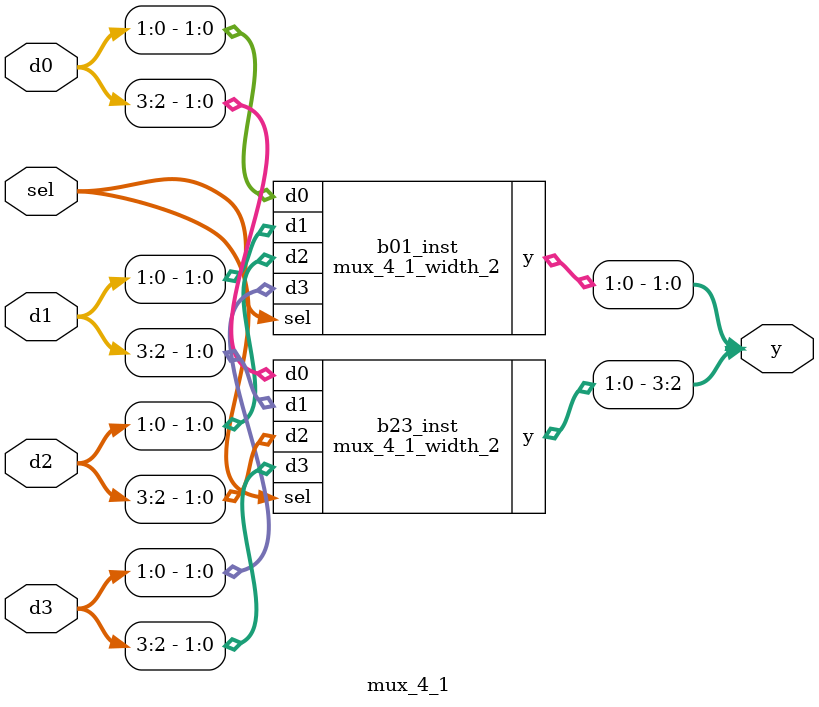
<source format=sv>

module mux_4_1_width_2
(
  input  [1:0] d0, d1, d2, d3,
  input  [1:0] sel,
  output [1:0] y
);

  assign y = sel [1] ? (sel [0] ? d3 : d2)
                     : (sel [0] ? d1 : d0);

endmodule

//----------------------------------------------------------------------------
// Task
//----------------------------------------------------------------------------

module mux_4_1
(
  input  [3:0] d0, d1, d2, d3,
  input  [1:0] sel,
  output [3:0] y
);

  // Task:
  // Implement mux_4_1 with 4-bit data
  // using two instances of mux_4_1_width_2 with 2-bit data
  mux_4_1_width_2 b01_inst(d0[1:0], d1[1:0], d2[1:0], d3[1:0], sel, y[1:0]);
  mux_4_1_width_2 b23_inst(d0[3:2], d1[3:2], d2[3:2], d3[3:2], sel, y[3:2]);

endmodule

</source>
